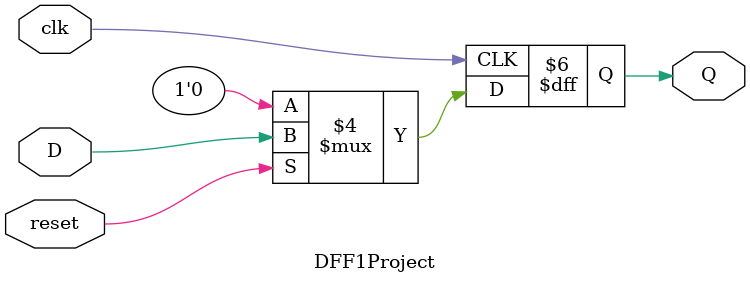
<source format=v>
module DFF1Project(D, clk, reset, Q);

input wire D;
input wire reset, clk;
output reg Q;

always @(posedge clk)
begin
	if (~reset)
		begin
			Q <= 1'b0;
		end
	else
		begin
			Q <= D;
		end
end
endmodule

</source>
